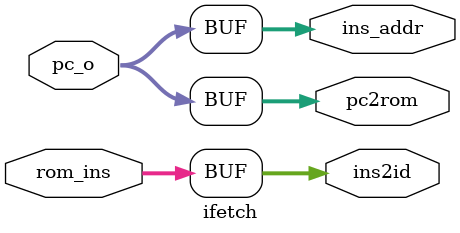
<source format=v>
module ifetch (
	input  wire [31:0] pc_o,
	input  wire [31:0] rom_ins,
	output wire [31:0] pc2rom,
	output wire [31:0] ins2id,
	output wire [31:0] ins_addr //for later branch addr calculate
	
);

	assign pc2rom = pc_o;
	assign ins2id = rom_ins;
	assign ins_addr = pc_o;
	
	
endmodule

</source>
